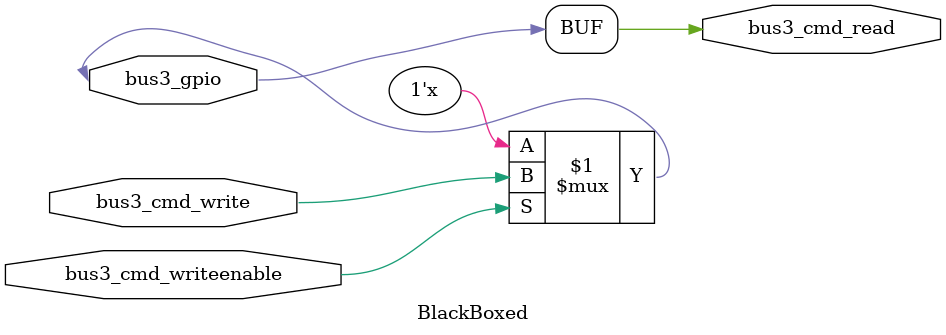
<source format=v>
module BlackBoxed
(
  output  bus3_cmd_read ,
  input  bus3_cmd_write ,
  input  bus3_cmd_writeenable ,
  inout  bus3_gpio
);


  assign bus3_gpio = bus3_cmd_writeenable ? bus3_cmd_write : 1'bZ;
  assign bus3_cmd_read = bus3_gpio;
endmodule

</source>
